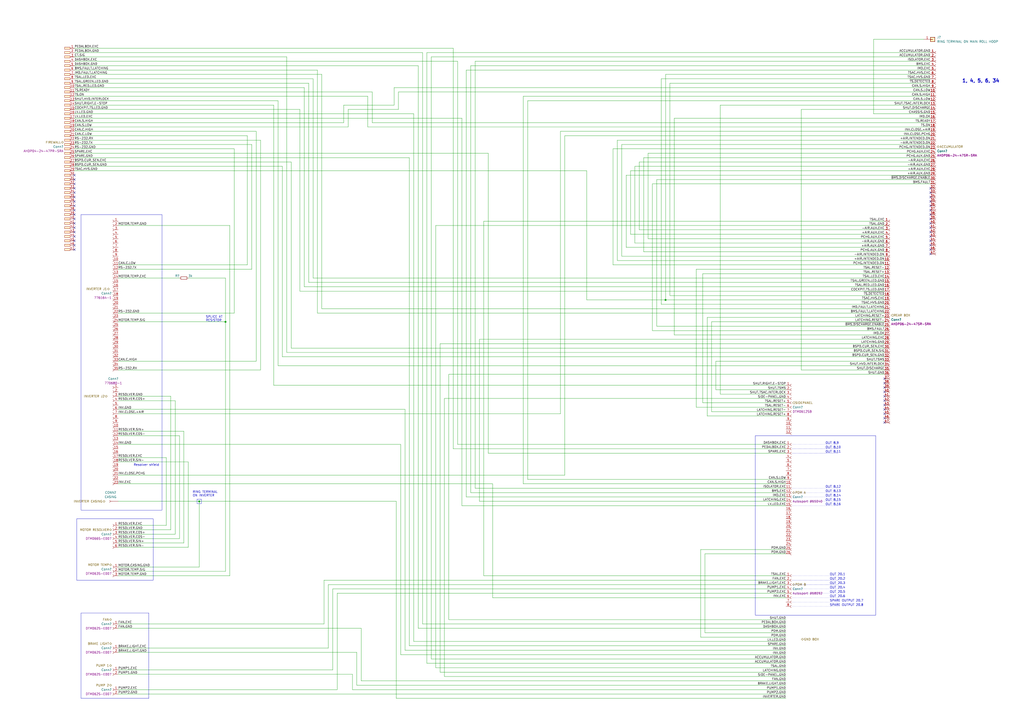
<source format=kicad_sch>
(kicad_sch (version 20231120) (generator "eeschema") (generator_version "8.0")
  (paper "A2")
  (title_block (title "LOOM - REAR"))
  (lib_symbols
    (symbol "Connector:Conn_01x01_Socket" (pin_numbers hide) (pin_names (offset 1.016) hide)
      (property "Reference" "J" (at 0 2.54 0))
      (property "Value" "Conn_01x01_Socket" (at 0 -2.54 0))
      (symbol "Conn_01x01_Socket_1_1"
        (pin passive line (at -5.08 0 0) (length 3.81) (name "Pin_1") (number "1"))
      )
    )
    (symbol "Connector_Generic:Conn_01x01" (pin_names (offset 1.016) hide)
      (property "Reference" "J" (at 0 2.54 0))
      (property "Value" "Conn_01x01" (at 0 -2.54 0))
      (symbol "Conn_01x01_1_1"
        (pin passive line (at -5.08 0 0) (length 3.81) (name "Pin_1") (number "1"))
      )
    )
    (symbol "Connectors_SUFST:AMPHENOL-47P-Pannel"
      (property "Reference" "Conn" (at 0 -1.905 0))
      (property "P/N" "AHDP04-24-47PR-SRA" (at 0 0 0))
      (symbol "AMPHENOL-47P-Pannel_1_1"
        (pin input line (at 1.905 -4.445 180) (length 2.54) (name "") (number "1"))
        (pin input line (at 1.905 -27.305 180) (length 2.54) (name "") (number "10"))
        (pin input line (at 1.905 -29.845 180) (length 2.54) (name "") (number "11"))
        (pin input line (at 1.905 -32.385 180) (length 2.54) (name "") (number "12"))
        (pin input line (at 1.905 -34.925 180) (length 2.54) (name "") (number "13"))
        (pin input line (at 1.905 -37.465 180) (length 2.54) (name "") (number "14"))
        (pin input line (at 1.905 -40.005 180) (length 2.54) (name "") (number "15"))
        (pin input line (at 1.905 -42.545 180) (length 2.54) (name "") (number "16"))
        (pin input line (at 1.905 -45.085 180) (length 2.54) (name "") (number "17"))
        (pin input line (at 1.905 -47.625 180) (length 2.54) (name "") (number "18"))
        (pin input line (at 1.905 -50.165 180) (length 2.54) (name "") (number "19"))
        (pin input line (at 1.905 -6.985 180) (length 2.54) (name "") (number "2"))
        (pin input line (at 1.905 -52.705 180) (length 2.54) (name "") (number "20"))
        (pin input line (at 1.905 -55.245 180) (length 2.54) (name "") (number "21"))
        (pin input line (at 1.905 -57.785 180) (length 2.54) (name "") (number "22"))
        (pin input line (at 1.905 -60.325 180) (length 2.54) (name "") (number "23"))
        (pin input line (at 1.905 -62.865 180) (length 2.54) (name "") (number "24"))
        (pin input line (at 1.905 -65.405 180) (length 2.54) (name "") (number "25"))
        (pin input line (at 1.905 -67.945 180) (length 2.54) (name "") (number "26"))
        (pin input line (at 1.905 -70.485 180) (length 2.54) (name "") (number "27"))
        (pin input line (at 1.905 -73.025 180) (length 2.54) (name "") (number "28"))
        (pin input line (at 1.905 -75.565 180) (length 2.54) (name "") (number "29"))
        (pin input line (at 1.905 -9.525 180) (length 2.54) (name "") (number "3"))
        (pin input line (at 1.905 -78.105 180) (length 2.54) (name "") (number "30"))
        (pin input line (at 1.905 -80.645 180) (length 2.54) (name "") (number "31"))
        (pin input line (at 1.905 -83.185 180) (length 2.54) (name "") (number "32"))
        (pin input line (at 1.905 -85.725 180) (length 2.54) (name "") (number "33"))
        (pin input line (at 1.905 -88.265 180) (length 2.54) (name "") (number "34"))
        (pin input line (at 1.905 -90.805 180) (length 2.54) (name "") (number "35"))
        (pin input line (at 1.905 -93.345 180) (length 2.54) (name "") (number "36"))
        (pin input line (at 1.905 -95.885 180) (length 2.54) (name "") (number "37"))
        (pin input line (at 1.905 -98.425 180) (length 2.54) (name "") (number "38"))
        (pin input line (at 1.905 -100.965 180) (length 2.54) (name "") (number "39"))
        (pin input line (at 1.905 -12.065 180) (length 2.54) (name "") (number "4"))
        (pin input line (at 1.905 -103.505 180) (length 2.54) (name "") (number "40"))
        (pin input line (at 1.905 -106.045 180) (length 2.54) (name "") (number "41"))
        (pin input line (at 1.905 -108.585 180) (length 2.54) (name "") (number "42"))
        (pin input line (at 1.905 -111.125 180) (length 2.54) (name "") (number "43"))
        (pin input line (at 1.905 -113.665 180) (length 2.54) (name "") (number "44"))
        (pin input line (at 1.905 -116.205 180) (length 2.54) (name "") (number "45"))
        (pin input line (at 1.905 -118.745 180) (length 2.54) (name "") (number "46"))
        (pin input line (at 1.905 -121.285 180) (length 2.54) (name "") (number "47"))
        (pin input line (at 1.905 -14.605 180) (length 2.54) (name "") (number "5"))
        (pin input line (at 1.905 -17.145 180) (length 2.54) (name "") (number "6"))
        (pin input line (at 1.905 -19.685 180) (length 2.54) (name "") (number "7"))
        (pin input line (at 1.905 -22.225 180) (length 2.54) (name "") (number "8"))
        (pin input line (at 1.905 -24.765 180) (length 2.54) (name "") (number "9"))
      )
    )
    (symbol "Connectors_SUFST:AMPHENOL-47P-Recepticle"
      (property "Reference" "Conn" (at 0 0.635 0))
      (property "P/N" "AHDP06-24-47SR-SRA" (at 0 0 0))
      (symbol "AMPHENOL-47P-Recepticle_1_1"
        (pin input line (at 0.635 -1.905 180) (length 2.54) (name "") (number "1"))
        (pin input line (at 0.635 -24.765 180) (length 2.54) (name "") (number "10"))
        (pin input line (at 0.635 -27.305 180) (length 2.54) (name "") (number "11"))
        (pin input line (at 0.635 -29.845 180) (length 2.54) (name "") (number "12"))
        (pin input line (at 0.635 -32.385 180) (length 2.54) (name "") (number "13"))
        (pin input line (at 0.635 -34.925 180) (length 2.54) (name "") (number "14"))
        (pin input line (at 0.635 -37.465 180) (length 2.54) (name "") (number "15"))
        (pin input line (at 0.635 -40.005 180) (length 2.54) (name "") (number "16"))
        (pin input line (at 0.635 -42.545 180) (length 2.54) (name "") (number "17"))
        (pin input line (at 0.635 -45.085 180) (length 2.54) (name "") (number "18"))
        (pin input line (at 0.635 -47.625 180) (length 2.54) (name "") (number "19"))
        (pin input line (at 0.635 -4.445 180) (length 2.54) (name "") (number "2"))
        (pin input line (at 0.635 -50.165 180) (length 2.54) (name "") (number "20"))
        (pin input line (at 0.635 -52.705 180) (length 2.54) (name "") (number "21"))
        (pin input line (at 0.635 -55.245 180) (length 2.54) (name "") (number "22"))
        (pin input line (at 0.635 -57.785 180) (length 2.54) (name "") (number "23"))
        (pin input line (at 0.635 -60.325 180) (length 2.54) (name "") (number "24"))
        (pin input line (at 0.635 -62.865 180) (length 2.54) (name "") (number "25"))
        (pin input line (at 0.635 -65.405 180) (length 2.54) (name "") (number "26"))
        (pin input line (at 0.635 -67.945 180) (length 2.54) (name "") (number "27"))
        (pin input line (at 0.635 -70.485 180) (length 2.54) (name "") (number "28"))
        (pin input line (at 0.635 -73.025 180) (length 2.54) (name "") (number "29"))
        (pin input line (at 0.635 -6.985 180) (length 2.54) (name "") (number "3"))
        (pin input line (at 0.635 -75.565 180) (length 2.54) (name "") (number "30"))
        (pin input line (at 0.635 -78.105 180) (length 2.54) (name "") (number "31"))
        (pin input line (at 0.635 -80.645 180) (length 2.54) (name "") (number "32"))
        (pin input line (at 0.635 -83.185 180) (length 2.54) (name "") (number "33"))
        (pin input line (at 0.635 -85.725 180) (length 2.54) (name "") (number "34"))
        (pin input line (at 0.635 -88.265 180) (length 2.54) (name "") (number "35"))
        (pin input line (at 0.635 -90.805 180) (length 2.54) (name "") (number "36"))
        (pin input line (at 0.635 -93.345 180) (length 2.54) (name "") (number "37"))
        (pin input line (at 0.635 -95.885 180) (length 2.54) (name "") (number "38"))
        (pin input line (at 0.635 -98.425 180) (length 2.54) (name "") (number "39"))
        (pin input line (at 0.635 -9.525 180) (length 2.54) (name "") (number "4"))
        (pin input line (at 0.635 -100.965 180) (length 2.54) (name "") (number "40"))
        (pin input line (at 0.635 -103.505 180) (length 2.54) (name "") (number "41"))
        (pin input line (at 0.635 -106.045 180) (length 2.54) (name "") (number "42"))
        (pin input line (at 0.635 -108.585 180) (length 2.54) (name "") (number "43"))
        (pin input line (at 0.635 -111.125 180) (length 2.54) (name "") (number "44"))
        (pin input line (at 0.635 -113.665 180) (length 2.54) (name "") (number "45"))
        (pin input line (at 0.635 -116.205 180) (length 2.54) (name "") (number "46"))
        (pin input line (at 0.635 -118.745 180) (length 2.54) (name "") (number "47"))
        (pin input line (at 0.635 -12.065 180) (length 2.54) (name "") (number "5"))
        (pin input line (at 0.635 -14.605 180) (length 2.54) (name "") (number "6"))
        (pin input line (at 0.635 -17.145 180) (length 2.54) (name "") (number "7"))
        (pin input line (at 0.635 -19.685 180) (length 2.54) (name "") (number "8"))
        (pin input line (at 0.635 -22.225 180) (length 2.54) (name "") (number "9"))
      )
    )
    (symbol "Connectors_SUFST:Conn A PDM Connector"
      (property "Reference" "Conn" (at 0 0.635 0))
      (property "P/N" "Autosport #65040" (at -0.635 4.445 0))
      (symbol "Conn A PDM Connector_1_1"
        (pin input line (at 0.635 -1.905 180) (length 2.54) (name "") (number "1"))
        (pin input line (at 0.635 -24.765 180) (length 2.54) (name "") (number "10"))
        (pin input line (at 0.635 -27.305 180) (length 2.54) (name "") (number "11"))
        (pin input line (at 0.635 -29.845 180) (length 2.54) (name "") (number "12"))
        (pin input line (at 0.635 -32.385 180) (length 2.54) (name "") (number "13"))
        (pin input line (at 0.635 -34.925 180) (length 2.54) (name "") (number "14"))
        (pin input line (at 0.635 -37.465 180) (length 2.54) (name "") (number "15"))
        (pin input line (at 0.635 -40.005 180) (length 2.54) (name "") (number "16"))
        (pin input line (at 0.635 -42.545 180) (length 2.54) (name "") (number "17"))
        (pin input line (at 0.635 -45.085 180) (length 2.54) (name "") (number "18"))
        (pin input line (at 0.635 -47.625 180) (length 2.54) (name "") (number "19"))
        (pin input line (at 0.635 -4.445 180) (length 2.54) (name "") (number "2"))
        (pin input line (at 0.635 -50.165 180) (length 2.54) (name "") (number "20"))
        (pin input line (at 0.635 -52.705 180) (length 2.54) (name "") (number "21"))
        (pin input line (at 0.635 -55.245 180) (length 2.54) (name "") (number "22"))
        (pin input line (at 0.635 -57.785 180) (length 2.54) (name "") (number "23"))
        (pin input line (at 0.635 -60.325 180) (length 2.54) (name "") (number "24"))
        (pin input line (at 0.635 -62.865 180) (length 2.54) (name "") (number "25"))
        (pin input line (at 0.635 -65.405 180) (length 2.54) (name "") (number "26"))
        (pin input line (at 0.635 -6.985 180) (length 2.54) (name "") (number "3"))
        (pin input line (at 0.635 -9.525 180) (length 2.54) (name "") (number "4"))
        (pin input line (at 0.635 -12.065 180) (length 2.54) (name "") (number "5"))
        (pin input line (at 0.635 -14.605 180) (length 2.54) (name "") (number "6"))
        (pin input line (at 0.635 -17.145 180) (length 2.54) (name "") (number "7"))
        (pin input line (at 0.635 -19.685 180) (length 2.54) (name "") (number "8"))
        (pin input line (at 0.635 -22.225 180) (length 2.54) (name "") (number "9"))
      )
    )
    (symbol "Connectors_SUFST:Conn C PDM Connector"
      (property "Reference" "Conn" (at 0 0.635 0))
      (property "P/N" "Autosport #68092" (at -0.635 4.445 0))
      (symbol "Conn C PDM Connector_1_1"
        (pin input line (at 0.635 -1.905 180) (length 2.54) (name "") (number "1"))
        (pin input line (at 0.635 -4.445 180) (length 2.54) (name "") (number "2"))
        (pin input line (at 0.635 -6.985 180) (length 2.54) (name "") (number "3"))
        (pin input line (at 0.635 -9.525 180) (length 2.54) (name "") (number "4"))
        (pin input line (at 0.635 -12.065 180) (length 2.54) (name "") (number "5"))
        (pin input line (at 0.635 -14.605 180) (length 2.54) (name "") (number "6"))
        (pin input line (at 0.635 -17.145 180) (length 2.54) (name "") (number "7"))
        (pin input line (at 0.635 -19.685 180) (length 2.54) (name "") (number "8"))
      )
    )
    (symbol "Connectors_SUFST:Deutsch_DTM_12S_Pin"
      (property "Reference" "Conn" (at 0 0.635 0))
      (property "P/N" "DTM0612SB" (at 0 0 0))
      (symbol "Deutsch_DTM_12S_Pin_1_1"
        (pin input line (at 0.635 -29.845 180) (length 2.54) (name "") (number "1"))
        (pin input line (at 0.635 -6.985 180) (length 2.54) (name "") (number "10"))
        (pin input line (at 0.635 -4.445 180) (length 2.54) (name "") (number "11"))
        (pin input line (at 0.635 -1.905 180) (length 2.54) (name "") (number "12"))
        (pin input line (at 0.635 -27.305 180) (length 2.54) (name "") (number "2"))
        (pin input line (at 0.635 -24.765 180) (length 2.54) (name "") (number "3"))
        (pin input line (at 0.635 -22.225 180) (length 2.54) (name "") (number "4"))
        (pin input line (at 0.635 -19.685 180) (length 2.54) (name "") (number "5"))
        (pin input line (at 0.635 -17.145 180) (length 2.54) (name "") (number "6"))
        (pin input line (at 0.635 -14.605 180) (length 2.54) (name "") (number "7"))
        (pin input line (at 0.635 -12.065 180) (length 2.54) (name "") (number "8"))
        (pin input line (at 0.635 -9.525 180) (length 2.54) (name "") (number "9"))
      )
    )
    (symbol "Connectors_SUFST:Deutsch_DTM_2S_Pin"
      (property "Reference" "Conn" (at 0 0.635 0))
      (property "P/N" "DTM062S-E007" (at 0 0 0))
      (symbol "Deutsch_DTM_2S_Pin_1_1"
        (pin input line (at 0.635 -4.445 180) (length 2.54) (name "") (number "1"))
        (pin input line (at 0.635 -1.905 180) (length 2.54) (name "") (number "2"))
      )
    )
    (symbol "Connectors_SUFST:Deutsch_DTM_3S_Pin"
      (property "Reference" "Conn" (at 0 0.635 0))
      (property "P/N" "DTM063S-E007" (at 0 0 0))
      (symbol "Deutsch_DTM_3S_Pin_1_1"
        (pin input line (at 0.635 -6.985 180) (length 2.54) (name "") (number "1"))
        (pin input line (at 0.635 -4.445 180) (length 2.54) (name "") (number "2"))
        (pin input line (at 0.635 -1.905 180) (length 2.54) (name "") (number "3"))
      )
    )
    (symbol "Connectors_SUFST:Deutsch_DTM_6S_Pin"
      (property "Reference" "Conn" (at 0 0.635 0))
      (property "P/N" "DTM066S-E007" (at 0 0 0))
      (symbol "Deutsch_DTM_6S_Pin_1_1"
        (pin input line (at 0.635 -14.605 180) (length 2.54) (name "") (number "1"))
        (pin input line (at 0.635 -12.065 180) (length 2.54) (name "") (number "2"))
        (pin input line (at 0.635 -9.525 180) (length 2.54) (name "") (number "3"))
        (pin input line (at 0.635 -6.985 180) (length 2.54) (name "") (number "4"))
        (pin input line (at 0.635 -4.445 180) (length 2.54) (name "") (number "5"))
        (pin input line (at 0.635 -1.905 180) (length 2.54) (name "") (number "6"))
      )
    )
    (symbol "Connectors_SUFST:J1 Inverter Connector"
      (property "Reference" "Conn" (at 0 0.635 0))
      (property "P/N" "776164-1" (at -0.635 4.445 0))
      (symbol "J1 Inverter Connector_1_1"
        (pin input line (at 0.635 -1.905 180) (length 2.54) (name "") (number "1"))
        (pin input line (at 0.635 -24.765 180) (length 2.54) (name "") (number "10"))
        (pin input line (at 0.635 -27.305 180) (length 2.54) (name "") (number "11"))
        (pin input line (at 0.635 -29.845 180) (length 2.54) (name "") (number "12"))
        (pin input line (at 0.635 -32.385 180) (length 2.54) (name "") (number "13"))
        (pin input line (at 0.635 -34.925 180) (length 2.54) (name "") (number "14"))
        (pin input line (at 0.635 -37.465 180) (length 2.54) (name "") (number "15"))
        (pin input line (at 0.635 -40.005 180) (length 2.54) (name "") (number "16"))
        (pin input line (at 0.635 -42.545 180) (length 2.54) (name "") (number "17"))
        (pin input line (at 0.635 -45.085 180) (length 2.54) (name "") (number "18"))
        (pin input line (at 0.635 -47.625 180) (length 2.54) (name "") (number "19"))
        (pin input line (at 0.635 -4.445 180) (length 2.54) (name "") (number "2"))
        (pin input line (at 0.635 -50.165 180) (length 2.54) (name "") (number "20"))
        (pin input line (at 0.635 -52.705 180) (length 2.54) (name "") (number "21"))
        (pin input line (at 0.635 -55.245 180) (length 2.54) (name "") (number "22"))
        (pin input line (at 0.635 -57.785 180) (length 2.54) (name "") (number "23"))
        (pin input line (at 0.635 -60.325 180) (length 2.54) (name "") (number "24"))
        (pin input line (at 0.635 -62.865 180) (length 2.54) (name "") (number "25"))
        (pin input line (at 0.635 -65.405 180) (length 2.54) (name "") (number "26"))
        (pin input line (at 0.635 -67.945 180) (length 2.54) (name "") (number "27"))
        (pin input line (at 0.635 -70.485 180) (length 2.54) (name "") (number "28"))
        (pin input line (at 0.635 -73.025 180) (length 2.54) (name "") (number "29"))
        (pin input line (at 0.635 -6.985 180) (length 2.54) (name "") (number "3"))
        (pin input line (at 0.635 -75.565 180) (length 2.54) (name "") (number "30"))
        (pin input line (at 0.635 -78.105 180) (length 2.54) (name "") (number "31"))
        (pin input line (at 0.635 -80.645 180) (length 2.54) (name "") (number "32"))
        (pin input line (at 0.635 -83.185 180) (length 2.54) (name "") (number "33"))
        (pin input line (at 0.635 -85.725 180) (length 2.54) (name "") (number "34"))
        (pin input line (at 0.635 -88.265 180) (length 2.54) (name "") (number "35"))
        (pin input line (at 0.635 -9.525 180) (length 2.54) (name "") (number "4"))
        (pin input line (at 0.635 -12.065 180) (length 2.54) (name "") (number "5"))
        (pin input line (at 0.635 -14.605 180) (length 2.54) (name "") (number "6"))
        (pin input line (at 0.635 -17.145 180) (length 2.54) (name "") (number "7"))
        (pin input line (at 0.635 -19.685 180) (length 2.54) (name "") (number "8"))
        (pin input line (at 0.635 -22.225 180) (length 2.54) (name "") (number "9"))
      )
    )
    (symbol "Connectors_SUFST:J2 Inverter Connector"
      (property "Reference" "Conn" (at 0 0.635 0))
      (property "P/N" "770680-1" (at 0 4.445 0))
      (symbol "J2 Inverter Connector_1_1"
        (pin input line (at 0.635 -1.905 180) (length 2.54) (name "") (number "1"))
        (pin input line (at 0.635 -24.765 180) (length 2.54) (name "") (number "10"))
        (pin input line (at 0.635 -27.305 180) (length 2.54) (name "") (number "11"))
        (pin input line (at 0.635 -29.845 180) (length 2.54) (name "") (number "12"))
        (pin input line (at 0.635 -32.385 180) (length 2.54) (name "") (number "13"))
        (pin input line (at 0.635 -34.925 180) (length 2.54) (name "") (number "14"))
        (pin input line (at 0.635 -37.465 180) (length 2.54) (name "") (number "15"))
        (pin input line (at 0.635 -40.005 180) (length 2.54) (name "") (number "16"))
        (pin input line (at 0.635 -42.545 180) (length 2.54) (name "") (number "17"))
        (pin input line (at 0.635 -45.085 180) (length 2.54) (name "") (number "18"))
        (pin input line (at 0.635 -47.625 180) (length 2.54) (name "") (number "19"))
        (pin input line (at 0.635 -4.445 180) (length 2.54) (name "") (number "2"))
        (pin input line (at 0.635 -50.165 180) (length 2.54) (name "") (number "20"))
        (pin input line (at 0.635 -52.705 180) (length 2.54) (name "") (number "21"))
        (pin input line (at 0.635 -55.245 180) (length 2.54) (name "") (number "22"))
        (pin input line (at 0.635 -57.785 180) (length 2.54) (name "") (number "23"))
        (pin input line (at 0.635 -6.985 180) (length 2.54) (name "") (number "3"))
        (pin input line (at 0.635 -9.525 180) (length 2.54) (name "") (number "4"))
        (pin input line (at 0.635 -12.065 180) (length 2.54) (name "") (number "5"))
        (pin input line (at 0.635 -14.605 180) (length 2.54) (name "") (number "6"))
        (pin input line (at 0.635 -17.145 180) (length 2.54) (name "") (number "7"))
        (pin input line (at 0.635 -19.685 180) (length 2.54) (name "") (number "8"))
        (pin input line (at 0.635 -22.225 180) (length 2.54) (name "") (number "9"))
      )
    )
    (symbol "Device:R_Small" (pin_numbers hide) (pin_names (offset 0.254) hide)
      (property "Reference" "R" (at 0.762 0.508 0))
      (property "Value" "R_Small" (at 0.762 -1.016 0))
      (symbol "R_Small_1_1"
        (pin passive line (at 0 2.54 270) (length 0.762) (name "~") (number "1"))
        (pin passive line (at 0 -2.54 90) (length 0.762) (name "~") (number "2"))
      )
    )
  )
  (junction (at 115.57 290.83))
  (junction (at 130.81 186.69))
  (junction (at 386.08 173.99))
  (no_connect (at 43.18 127))
  (no_connect (at 43.18 132.08))
  (no_connect (at 513.08 237.49))
  (no_connect (at 539.75 109.22))
  (no_connect (at 43.18 134.62))
  (no_connect (at 513.08 232.41))
  (no_connect (at 43.18 101.6))
  (no_connect (at 43.18 106.68))
  (no_connect (at 43.18 109.22))
  (no_connect (at 43.18 124.46))
  (no_connect (at 539.75 121.92))
  (no_connect (at 539.75 129.54))
  (no_connect (at 513.08 242.57))
  (no_connect (at 539.75 116.84))
  (no_connect (at 43.18 139.7))
  (no_connect (at 513.08 224.79))
  (no_connect (at 513.08 222.25))
  (no_connect (at 43.18 121.92))
  (no_connect (at 43.18 116.84))
  (no_connect (at 43.18 137.16))
  (no_connect (at 43.18 119.38))
  (no_connect (at 513.08 245.11))
  (no_connect (at 539.75 124.46))
  (no_connect (at 539.75 119.38))
  (no_connect (at 43.18 144.78))
  (no_connect (at 43.18 129.54))
  (no_connect (at 539.75 137.16))
  (no_connect (at 513.08 240.03))
  (no_connect (at 43.18 142.24))
  (no_connect (at 43.18 114.3))
  (no_connect (at 43.18 104.14))
  (no_connect (at 539.75 127))
  (no_connect (at 539.75 132.08))
  (no_connect (at 43.18 111.76))
  (no_connect (at 539.75 147.32))
  (no_connect (at 539.75 134.62))
  (no_connect (at 513.08 229.87))
  (no_connect (at 539.75 142.24))
  (no_connect (at 539.75 111.76))
  (no_connect (at 539.75 139.7))
  (no_connect (at 513.08 234.95))
  (no_connect (at 539.75 114.3))
  (no_connect (at 539.75 144.78))
  (no_connect (at 513.08 219.71))
  (no_connect (at 513.08 227.33))
  (wire (pts (xy 539.75 66.04) (xy 506.73 66.04)))
  (wire (pts (xy 68.58 388.62) (xy 193.04 388.62)))
  (wire (pts (xy 43.18 66.04) (xy 240.03 66.04)))
  (polyline (pts (xy 459.74 260.35) (xy 486.41 260.35)) (stroke (width 0) (type dot)))
  (wire (pts (xy 96.52 304.8) (xy 68.58 304.8)))
  (wire (pts (xy 325.12 240.03) (xy 325.12 76.2)))
  (wire (pts (xy 267.97 293.37) (xy 267.97 68.58)))
  (wire (pts (xy 215.9 53.34) (xy 215.9 71.12)))
  (wire (pts (xy 190.5 339.09) (xy 190.5 375.92)))
  (wire (pts (xy 381 104.14) (xy 381 189.23)))
  (polyline (pts (xy 459.74 336.55) (xy 486.41 336.55)) (stroke (width 0) (type dot)))
  (wire (pts (xy 207.01 378.46) (xy 68.58 378.46)))
  (wire (pts (xy 68.58 153.67) (xy 143.51 153.67)))
  (wire (pts (xy 173.99 63.5) (xy 173.99 168.91)))
  (wire (pts (xy 273.05 285.75) (xy 273.05 38.1)))
  (wire (pts (xy 240.03 372.11) (xy 455.93 372.11)))
  (wire (pts (xy 365.76 99.06) (xy 365.76 135.89)))
  (wire (pts (xy 455.93 223.52) (xy 158.75 223.52)))
  (wire (pts (xy 455.93 241.3) (xy 410.21 241.3)))
  (wire (pts (xy 358.14 151.13) (xy 358.14 81.28)))
  (wire (pts (xy 68.58 186.69) (xy 130.81 186.69)))
  (wire (pts (xy 415.29 226.06) (xy 455.93 226.06)))
  (wire (pts (xy 130.81 161.29) (xy 130.81 186.69)))
  (wire (pts (xy 285.75 346.71) (xy 285.75 280.67)))
  (wire (pts (xy 363.22 101.6) (xy 539.75 101.6)))
  (wire (pts (xy 68.58 317.5) (xy 109.22 317.5)))
  (wire (pts (xy 68.58 232.41) (xy 101.6 232.41)))
  (wire (pts (xy 455.93 392.43) (xy 257.81 392.43)))
  (wire (pts (xy 455.93 364.49) (xy 242.57 364.49)))
  (wire (pts (xy 513.08 217.17) (xy 260.35 217.17)))
  (wire (pts (xy 68.58 156.21) (xy 146.05 156.21)))
  (wire (pts (xy 135.89 86.36) (xy 135.89 181.61)))
  (wire (pts (xy 513.08 146.05) (xy 373.38 146.05)))
  (polyline (pts (xy 459.74 346.71) (xy 486.41 346.71)) (stroke (width 0) (type dot)))
  (wire (pts (xy 237.49 91.44) (xy 237.49 374.65)))
  (wire (pts (xy 391.16 68.58) (xy 539.75 68.58)))
  (wire (pts (xy 455.93 389.89) (xy 255.27 389.89)))
  (wire (pts (xy 68.58 280.67) (xy 285.75 280.67)))
  (wire (pts (xy 262.89 260.35) (xy 455.93 260.35)))
  (wire (pts (xy 265.43 257.81) (xy 265.43 35.56)))
  (wire (pts (xy 68.58 267.97) (xy 109.22 267.97)))
  (wire (pts (xy 278.13 290.83) (xy 278.13 196.85)))
  (wire (pts (xy 513.08 133.35) (xy 370.84 133.35)))
  (wire (pts (xy 43.18 71.12) (xy 199.39 71.12)))
  (wire (pts (xy 184.15 40.64) (xy 184.15 181.61)))
  (wire (pts (xy 101.6 309.88) (xy 101.6 232.41)))
  (wire (pts (xy 410.21 184.15) (xy 513.08 184.15)))
  (wire (pts (xy 163.83 96.52) (xy 163.83 207.01)))
  (polyline (pts (xy 459.74 344.17) (xy 486.41 344.17)) (stroke (width 0) (type dot)))
  (wire (pts (xy 306.07 58.42) (xy 539.75 58.42)))
  (wire (pts (xy 228.6 50.8) (xy 539.75 50.8)))
  (wire (pts (xy 391.16 194.31) (xy 391.16 68.58)))
  (wire (pts (xy 130.81 331.47) (xy 130.81 186.69)))
  (wire (pts (xy 158.75 223.52) (xy 158.75 60.96)))
  (wire (pts (xy 303.53 55.88) (xy 303.53 280.67)))
  (wire (pts (xy 388.62 48.26) (xy 539.75 48.26)))
  (wire (pts (xy 358.14 81.28) (xy 539.75 81.28)))
  (wire (pts (xy 68.58 290.83) (xy 115.57 290.83)))
  (polyline (pts (xy 459.74 293.37) (xy 486.41 293.37)) (stroke (width 0) (type dot)))
  (wire (pts (xy 186.69 179.07) (xy 186.69 43.18)))
  (wire (pts (xy 68.58 334.01) (xy 133.35 334.01)))
  (wire (pts (xy 267.97 68.58) (xy 43.18 68.58)))
  (wire (pts (xy 378.46 191.77) (xy 378.46 106.68)))
  (wire (pts (xy 415.29 209.55) (xy 415.29 226.06)))
  (wire (pts (xy 455.93 238.76) (xy 412.75 238.76)))
  (wire (pts (xy 383.54 176.53) (xy 383.54 45.72)))
  (wire (pts (xy 355.6 86.36) (xy 539.75 86.36)))
  (polyline (pts (xy 459.74 262.89) (xy 486.41 262.89)) (stroke (width 0) (type dot)))
  (wire (pts (xy 513.08 156.21) (xy 403.86 156.21)))
  (wire (pts (xy 43.18 50.8) (xy 176.53 50.8)))
  (wire (pts (xy 176.53 50.8) (xy 176.53 166.37)))
  (wire (pts (xy 255.27 199.39) (xy 513.08 199.39)))
  (wire (pts (xy 187.96 361.95) (xy 68.58 361.95)))
  (wire (pts (xy 232.41 379.73) (xy 232.41 257.81)))
  (wire (pts (xy 96.52 265.43) (xy 96.52 304.8)))
  (wire (pts (xy 163.83 207.01) (xy 513.08 207.01)))
  (polyline (pts (xy 459.74 334.01) (xy 486.41 334.01)) (stroke (width 0) (type dot)))
  (wire (pts (xy 213.36 55.88) (xy 213.36 73.66)))
  (wire (pts (xy 273.05 285.75) (xy 455.93 285.75)))
  (wire (pts (xy 68.58 257.81) (xy 232.41 257.81)))
  (wire (pts (xy 252.73 130.81) (xy 513.08 130.81)))
  (wire (pts (xy 250.19 33.02) (xy 539.75 33.02)))
  (wire (pts (xy 513.08 179.07) (xy 186.69 179.07)))
  (wire (pts (xy 68.58 314.96) (xy 106.68 314.96)))
  (wire (pts (xy 133.35 130.81) (xy 133.35 334.01)))
  (wire (pts (xy 455.93 387.35) (xy 252.73 387.35)))
  (wire (pts (xy 245.11 361.95) (xy 245.11 30.48)))
  (wire (pts (xy 184.15 181.61) (xy 513.08 181.61)))
  (wire (pts (xy 234.95 237.49) (xy 234.95 377.19)))
  (wire (pts (xy 373.38 91.44) (xy 539.75 91.44)))
  (wire (pts (xy 43.18 76.2) (xy 148.59 76.2)))
  (wire (pts (xy 168.91 93.98) (xy 168.91 201.93)))
  (wire (pts (xy 265.43 35.56) (xy 43.18 35.56)))
  (wire (pts (xy 513.08 143.51) (xy 363.22 143.51)))
  (wire (pts (xy 68.58 252.73) (xy 104.14 252.73)))
  (wire (pts (xy 68.58 309.88) (xy 101.6 309.88)))
  (wire (pts (xy 99.06 307.34) (xy 99.06 229.87)))
  (wire (pts (xy 247.65 30.48) (xy 539.75 30.48)))
  (wire (pts (xy 306.07 278.13) (xy 306.07 58.42)))
  (wire (pts (xy 375.92 88.9) (xy 539.75 88.9)))
  (wire (pts (xy 43.18 88.9) (xy 283.21 88.9)))
  (wire (pts (xy 161.29 58.42) (xy 161.29 212.09)))
  (wire (pts (xy 135.89 181.61) (xy 68.58 181.61)))
  (wire (pts (xy 151.13 81.28) (xy 151.13 214.63)))
  (wire (pts (xy 252.73 387.35) (xy 252.73 130.81)))
  (wire (pts (xy 148.59 76.2) (xy 148.59 209.55)))
  (wire (pts (xy 407.67 233.68) (xy 407.67 158.75)))
  (wire (pts (xy 187.96 336.55) (xy 455.93 336.55)))
  (wire (pts (xy 262.89 260.35) (xy 262.89 27.94)))
  (wire (pts (xy 146.05 156.21) (xy 146.05 83.82)))
  (polyline (pts (xy 459.74 257.81) (xy 486.41 257.81)) (stroke (width 0) (type dot)))
  (wire (pts (xy 513.08 173.99) (xy 386.08 173.99)))
  (wire (pts (xy 201.93 73.66) (xy 201.93 63.5)))
  (wire (pts (xy 43.18 40.64) (xy 184.15 40.64)))
  (wire (pts (xy 273.05 38.1) (xy 539.75 38.1)))
  (wire (pts (xy 255.27 389.89) (xy 255.27 199.39)))
  (wire (pts (xy 199.39 60.96) (xy 228.6 60.96)))
  (wire (pts (xy 513.08 153.67) (xy 355.6 153.67)))
  (wire (pts (xy 237.49 374.65) (xy 455.93 374.65)))
  (wire (pts (xy 166.37 33.02) (xy 166.37 204.47)))
  (wire (pts (xy 187.96 336.55) (xy 187.96 361.95)))
  (wire (pts (xy 455.93 361.95) (xy 245.11 361.95)))
  (wire (pts (xy 195.58 400.05) (xy 68.58 400.05)))
  (wire (pts (xy 412.75 186.69) (xy 513.08 186.69)))
  (wire (pts (xy 513.08 171.45) (xy 388.62 171.45)))
  (wire (pts (xy 109.22 317.5) (xy 109.22 267.97)))
  (wire (pts (xy 43.18 55.88) (xy 213.36 55.88)))
  (wire (pts (xy 242.57 364.49) (xy 242.57 38.1)))
  (wire (pts (xy 199.39 60.96) (xy 199.39 71.12)))
  (wire (pts (xy 204.47 391.16) (xy 68.58 391.16)))
  (wire (pts (xy 325.12 76.2) (xy 539.75 76.2)))
  (wire (pts (xy 231.14 63.5) (xy 231.14 53.34)))
  (wire (pts (xy 257.81 231.14) (xy 455.93 231.14)))
  (wire (pts (xy 388.62 171.45) (xy 388.62 48.26)))
  (polyline (pts (xy 459.74 290.83) (xy 486.41 290.83)) (stroke (width 0) (type dot)))
  (wire (pts (xy 539.75 63.5) (xy 464.82 63.5)))
  (polyline (pts (xy 459.74 262.89) (xy 486.41 262.89)) (stroke (width 0) (type dot)))
  (wire (pts (xy 193.04 388.62) (xy 193.04 341.63)))
  (wire (pts (xy 109.22 161.29) (xy 130.81 161.29)))
  (wire (pts (xy 275.59 35.56) (xy 539.75 35.56)))
  (wire (pts (xy 270.51 40.64) (xy 270.51 288.29)))
  (wire (pts (xy 386.08 173.99) (xy 386.08 43.18)))
  (wire (pts (xy 383.54 45.72) (xy 539.75 45.72)))
  (wire (pts (xy 245.11 30.48) (xy 43.18 30.48)))
  (wire (pts (xy 506.73 66.04) (xy 506.73 22.86)))
  (wire (pts (xy 455.93 369.57) (xy 406.4 369.57)))
  (wire (pts (xy 513.08 194.31) (xy 391.16 194.31)))
  (wire (pts (xy 278.13 290.83) (xy 455.93 290.83)))
  (wire (pts (xy 464.82 214.63) (xy 513.08 214.63)))
  (wire (pts (xy 455.93 367.03) (xy 408.94 367.03)))
  (wire (pts (xy 539.75 40.64) (xy 270.51 40.64)))
  (wire (pts (xy 513.08 161.29) (xy 181.61 161.29)))
  (polyline (pts (xy 459.74 336.55) (xy 486.41 336.55)) (stroke (width 0) (type dot)))
  (wire (pts (xy 43.18 81.28) (xy 151.13 81.28)))
  (wire (pts (xy 250.19 33.02) (xy 250.19 382.27)))
  (wire (pts (xy 455.93 293.37) (xy 267.97 293.37)))
  (wire (pts (xy 68.58 402.59) (xy 455.93 402.59)))
  (wire (pts (xy 242.57 38.1) (xy 43.18 38.1)))
  (wire (pts (xy 506.73 22.86) (xy 535.94 22.86)))
  (wire (pts (xy 176.53 166.37) (xy 513.08 166.37)))
  (wire (pts (xy 360.68 148.59) (xy 360.68 83.82)))
  (wire (pts (xy 455.93 382.27) (xy 250.19 382.27)))
  (wire (pts (xy 283.21 262.89) (xy 283.21 88.9)))
  (wire (pts (xy 195.58 344.17) (xy 195.58 400.05)))
  (wire (pts (xy 327.66 78.74) (xy 327.66 275.59)))
  (wire (pts (xy 455.93 400.05) (xy 204.47 400.05)))
  (wire (pts (xy 228.6 50.8) (xy 228.6 60.96)))
  (wire (pts (xy 207.01 397.51) (xy 207.01 378.46)))
  (wire (pts (xy 455.93 379.73) (xy 232.41 379.73)))
  (wire (pts (xy 68.58 130.81) (xy 133.35 130.81)))
  (wire (pts (xy 378.46 106.68) (xy 539.75 106.68)))
  (polyline (pts (xy 459.74 283.21) (xy 486.41 283.21)) (stroke (width 0) (type dot)))
  (wire (pts (xy 209.55 394.97) (xy 209.55 364.49)))
  (wire (pts (xy 513.08 191.77) (xy 378.46 191.77)))
  (wire (pts (xy 186.69 43.18) (xy 43.18 43.18)))
  (wire (pts (xy 455.93 344.17) (xy 195.58 344.17)))
  (wire (pts (xy 455.93 262.89) (xy 283.21 262.89)))
  (wire (pts (xy 146.05 83.82) (xy 43.18 83.82)))
  (wire (pts (xy 260.35 359.41) (xy 455.93 359.41)))
  (polyline (pts (xy 459.74 349.25) (xy 486.41 349.25)) (stroke (width 0) (type dot)))
  (wire (pts (xy 229.87 405.13) (xy 229.87 290.83)))
  (wire (pts (xy 68.58 240.03) (xy 325.12 240.03)))
  (wire (pts (xy 370.84 133.35) (xy 370.84 93.98)))
  (polyline (pts (xy 459.74 285.75) (xy 486.41 285.75)) (stroke (width 0) (type dot)))
  (wire (pts (xy 306.07 278.13) (xy 455.93 278.13)))
  (wire (pts (xy 513.08 201.93) (xy 168.91 201.93)))
  (wire (pts (xy 43.18 99.06) (xy 340.36 99.06)))
  (wire (pts (xy 68.58 275.59) (xy 327.66 275.59)))
  (wire (pts (xy 280.67 334.01) (xy 280.67 128.27)))
  (wire (pts (xy 43.18 78.74) (xy 143.51 78.74)))
  (wire (pts (xy 68.58 161.29) (xy 104.14 161.29)))
  (wire (pts (xy 265.43 257.81) (xy 455.93 257.81)))
  (wire (pts (xy 260.35 217.17) (xy 260.35 359.41)))
  (wire (pts (xy 340.36 99.06) (xy 340.36 173.99)))
  (wire (pts (xy 408.94 321.31) (xy 455.93 321.31)))
  (wire (pts (xy 43.18 58.42) (xy 161.29 58.42)))
  (wire (pts (xy 43.18 96.52) (xy 163.83 96.52)))
  (wire (pts (xy 513.08 151.13) (xy 358.14 151.13)))
  (wire (pts (xy 539.75 71.12) (xy 215.9 71.12)))
  (wire (pts (xy 201.93 73.66) (xy 43.18 73.66)))
  (wire (pts (xy 68.58 307.34) (xy 99.06 307.34)))
  (wire (pts (xy 455.93 384.81) (xy 247.65 384.81)))
  (wire (pts (xy 455.93 339.09) (xy 190.5 339.09)))
  (wire (pts (xy 403.86 236.22) (xy 455.93 236.22)))
  (wire (pts (xy 407.67 158.75) (xy 513.08 158.75)))
  (wire (pts (xy 213.36 73.66) (xy 539.75 73.66)))
  (wire (pts (xy 275.59 283.21) (xy 455.93 283.21)))
  (wire (pts (xy 179.07 163.83) (xy 179.07 48.26)))
  (wire (pts (xy 539.75 60.96) (xy 417.83 60.96)))
  (wire (pts (xy 373.38 146.05) (xy 373.38 91.44)))
  (wire (pts (xy 43.18 33.02) (xy 166.37 33.02)))
  (wire (pts (xy 115.57 328.93) (xy 68.58 328.93)))
  (wire (pts (xy 179.07 48.26) (xy 43.18 48.26)))
  (wire (pts (xy 181.61 161.29) (xy 181.61 45.72)))
  (wire (pts (xy 539.75 99.06) (xy 365.76 99.06)))
  (wire (pts (xy 513.08 204.47) (xy 166.37 204.47)))
  (wire (pts (xy 513.08 189.23) (xy 381 189.23)))
  (wire (pts (xy 43.18 63.5) (xy 173.99 63.5)))
  (wire (pts (xy 513.08 138.43) (xy 375.92 138.43)))
  (wire (pts (xy 106.68 314.96) (xy 106.68 250.19)))
  (wire (pts (xy 115.57 290.83) (xy 115.57 328.93)))
  (wire (pts (xy 247.65 30.48) (xy 247.65 384.81)))
  (wire (pts (xy 513.08 176.53) (xy 383.54 176.53)))
  (wire (pts (xy 43.18 53.34) (xy 215.9 53.34)))
  (wire (pts (xy 229.87 290.83) (xy 115.57 290.83)))
  (polyline (pts (xy 459.74 339.09) (xy 486.41 339.09)) (stroke (width 0) (type dot)))
  (wire (pts (xy 539.75 78.74) (xy 327.66 78.74)))
  (wire (pts (xy 204.47 400.05) (xy 204.47 391.16)))
  (wire (pts (xy 513.08 163.83) (xy 179.07 163.83)))
  (wire (pts (xy 43.18 86.36) (xy 135.89 86.36)))
  (wire (pts (xy 368.3 140.97) (xy 368.3 96.52)))
  (wire (pts (xy 340.36 173.99) (xy 386.08 173.99)))
  (wire (pts (xy 43.18 91.44) (xy 237.49 91.44)))
  (wire (pts (xy 375.92 138.43) (xy 375.92 88.9)))
  (wire (pts (xy 275.59 283.21) (xy 275.59 35.56)))
  (wire (pts (xy 68.58 364.49) (xy 209.55 364.49)))
  (wire (pts (xy 370.84 93.98) (xy 539.75 93.98)))
  (wire (pts (xy 161.29 212.09) (xy 513.08 212.09)))
  (wire (pts (xy 257.81 392.43) (xy 257.81 231.14)))
  (wire (pts (xy 280.67 128.27) (xy 513.08 128.27)))
  (wire (pts (xy 513.08 209.55) (xy 415.29 209.55)))
  (wire (pts (xy 455.93 397.51) (xy 207.01 397.51)))
  (polyline (pts (xy 459.74 260.35) (xy 486.41 260.35)) (stroke (width 0) (type dot)))
  (wire (pts (xy 464.82 63.5) (xy 464.82 214.63)))
  (polyline (pts (xy 459.74 288.29) (xy 486.41 288.29)) (stroke (width 0) (type dot)))
  (wire (pts (xy 455.93 405.13) (xy 229.87 405.13)))
  (wire (pts (xy 365.76 135.89) (xy 513.08 135.89)))
  (wire (pts (xy 68.58 209.55) (xy 148.59 209.55)))
  (wire (pts (xy 104.14 312.42) (xy 104.14 252.73)))
  (wire (pts (xy 368.3 96.52) (xy 539.75 96.52)))
  (wire (pts (xy 181.61 45.72) (xy 43.18 45.72)))
  (wire (pts (xy 412.75 238.76) (xy 412.75 186.69)))
  (wire (pts (xy 68.58 265.43) (xy 96.52 265.43)))
  (wire (pts (xy 403.86 156.21) (xy 403.86 236.22)))
  (wire (pts (xy 68.58 250.19) (xy 106.68 250.19)))
  (wire (pts (xy 262.89 27.94) (xy 43.18 27.94)))
  (wire (pts (xy 173.99 168.91) (xy 513.08 168.91)))
  (wire (pts (xy 280.67 334.01) (xy 455.93 334.01)))
  (wire (pts (xy 360.68 83.82) (xy 539.75 83.82)))
  (wire (pts (xy 68.58 312.42) (xy 104.14 312.42)))
  (wire (pts (xy 408.94 367.03) (xy 408.94 321.31)))
  (wire (pts (xy 386.08 43.18) (xy 539.75 43.18)))
  (wire (pts (xy 455.93 394.97) (xy 209.55 394.97)))
  (wire (pts (xy 417.83 228.6) (xy 455.93 228.6)))
  (polyline (pts (xy 459.74 351.79) (xy 486.41 351.79)) (stroke (width 0) (type dot)))
  (wire (pts (xy 513.08 140.97) (xy 368.3 140.97)))
  (wire (pts (xy 381 104.14) (xy 539.75 104.14)))
  (wire (pts (xy 406.4 369.57) (xy 406.4 318.77)))
  (wire (pts (xy 513.08 148.59) (xy 360.68 148.59)))
  (wire (pts (xy 406.4 318.77) (xy 455.93 318.77)))
  (wire (pts (xy 278.13 196.85) (xy 513.08 196.85)))
  (wire (pts (xy 43.18 93.98) (xy 168.91 93.98)))
  (wire (pts (xy 201.93 63.5) (xy 231.14 63.5)))
  (wire (pts (xy 68.58 214.63) (xy 151.13 214.63)))
  (wire (pts (xy 539.75 55.88) (xy 303.53 55.88)))
  (polyline (pts (xy 459.74 341.63) (xy 486.41 341.63)) (stroke (width 0) (type dot)))
  (wire (pts (xy 240.03 66.04) (xy 240.03 372.11)))
  (polyline (pts (xy 459.74 339.09) (xy 486.41 339.09)) (stroke (width 0) (type dot)))
  (wire (pts (xy 270.51 288.29) (xy 455.93 288.29)))
  (wire (pts (xy 455.93 233.68) (xy 407.67 233.68)))
  (wire (pts (xy 158.75 60.96) (xy 43.18 60.96)))
  (wire (pts (xy 455.93 377.19) (xy 234.95 377.19)))
  (wire (pts (xy 68.58 331.47) (xy 130.81 331.47)))
  (wire (pts (xy 363.22 143.51) (xy 363.22 101.6)))
  (wire (pts (xy 303.53 280.67) (xy 455.93 280.67)))
  (wire (pts (xy 68.58 229.87) (xy 99.06 229.87)))
  (wire (pts (xy 410.21 241.3) (xy 410.21 184.15)))
  (wire (pts (xy 68.58 237.49) (xy 234.95 237.49)))
  (wire (pts (xy 231.14 53.34) (xy 539.75 53.34)))
  (wire (pts (xy 355.6 153.67) (xy 355.6 86.36)))
  (wire (pts (xy 193.04 341.63) (xy 455.93 341.63)))
  (wire (pts (xy 285.75 346.71) (xy 455.93 346.71)))
  (wire (pts (xy 417.83 60.96) (xy 417.83 228.6)))
  (wire (pts (xy 190.5 375.92) (xy 68.58 375.92)))
  (wire (pts (xy 143.51 78.74) (xy 143.51 153.67)))
  (rectangle (start 46.99 355.6) (end 86.36 405.13))
  (rectangle (start 438.15 252.73) (end 508 356.87))
  (rectangle (start 114.3 289.56) (end 116.84 292.1))
  (rectangle (start 46.99 124.46) (end 93.98 295.91))
  (rectangle (start 44.45 300.99) (end 88.9 336.55))
  (text "OUT 8.12" (at 478.79 283.21 0) (effects (font (size 1.27 1.27)) (justify left bottom)))
  (text "Resolver shield" (at 77.47 270.51 0) (effects (font (size 1.27 1.27)) (justify left bottom)))
  (text "OUT 8.11" (at 478.79 262.89 0) (effects (font (size 1.27 1.27)) (justify left bottom)))
  (text "SPLICE AT\nRESISTOR" (at 119.38 186.69 0) (effects (font (size 1.27 1.27)) (justify left bottom)))
  (text "OUT 8.15" (at 478.79 290.83 0) (effects (font (size 1.27 1.27)) (justify left bottom)))
  (text "OUT 20.4" (at 481.33 341.63 0) (effects (font (size 1.27 1.27)) (justify left bottom)))
  (text "OUT 20.6" (at 481.33 346.71 0) (effects (font (size 1.27 1.27)) (justify left bottom)))
  (text "OUT 20.3" (at 481.33 339.09 0) (effects (font (size 1.27 1.27)) (justify left bottom)))
  (text "1, 4, 5, 6, 34" (at 568.96 46.99 0) (effects (font (size 2 2) (thickness 0.4) (bold yes))))
  (text "OUT 8.13" (at 478.79 285.75 0) (effects (font (size 1.27 1.27)) (justify left bottom)))
  (text "RING TERMINAL\nON INVERTER" (at 111.76 288.29 0) (effects (font (size 1.27 1.27)) (justify left bottom)))
  (text "OUT 20.2" (at 481.33 336.55 0) (effects (font (size 1.27 1.27)) (justify left bottom)))
  (text "SPARE OUTPUT 20.7" (at 481.33 349.25 0) (effects (font (size 1.27 1.27)) (justify left bottom)))
  (text "OUT 8.10" (at 478.79 260.35 0) (effects (font (size 1.27 1.27)) (justify left bottom)))
  (text "OUT 8.9" (at 478.79 257.81 0) (effects (font (size 1.27 1.27)) (justify left bottom)))
  (text "OUT 8.14" (at 478.79 288.29 0) (effects (font (size 1.27 1.27)) (justify left bottom)))
  (text "OUT 20.5" (at 481.33 344.17 0) (effects (font (size 1.27 1.27)) (justify left bottom)))
  (text "OUT 8.16" (at 478.79 293.37 0) (effects (font (size 1.27 1.27)) (justify left bottom)))
  (text "SPARE OUTPUT 20.8" (at 481.33 351.79 0) (effects (font (size 1.27 1.27)) (justify left bottom)))
  (text "OUT 20.1" (at 481.33 334.01 0) (effects (font (size 1.27 1.27)) (justify left bottom)))
  (label "PUMP2.GND" (at 68.58 402.59 0))
  (label "LV.LED.EXC" (at 43.18 68.58 0))
  (label "SHUT.DISCHARGE" (at 539.75 63.5 180))
  (label "TSAC.HVS.GND" (at 513.08 176.53 180))
  (label "LATCHING.GND" (at 455.93 389.89 180))
  (label "TS.ON" (at 539.75 73.66 180))
  (label "IMD.EXC" (at 455.93 288.29 180))
  (label "PEDALBOX.GND" (at 43.18 30.48 0))
  (label "BSPD.CUR_SEN.EXC" (at 43.18 93.98 0))
  (label "CAN.S.LOW" (at 539.75 53.34 180))
  (label "PDM.GND" (at 455.93 367.03 180))
  (label "MOTOR.TEMP.SIG" (at 68.58 331.47 0))
  (label "RESOLVER.GND" (at 68.58 229.87 0))
  (label "PCHG.AUX.EXC" (at 539.75 88.9 180))
  (label "PEDALBOX.EXC" (at 43.18 27.94 0))
  (label "-AIR.INTENDED.ON" (at 539.75 83.82 180))
  (label "BMS.FAULT.LATCHING" (at 513.08 181.61 180))
  (label "PDM.GND" (at 455.93 369.57 180))
  (label "+AIR.AUX.EXC" (at 513.08 135.89 180))
  (label "LATCHING.RESET-" (at 455.93 238.76 180))
  (label "SPARE.EXC" (at 43.18 88.9 0))
  (label "SHUT.GND" (at 513.08 217.17 180))
  (label "RS-232.RX" (at 43.18 81.28 0))
  (label "PUMP1.EXC" (at 455.93 341.63 180))
  (label "+AIR.INTENDED.ON" (at 513.08 151.13 180))
  (label "-AIR.AUX.GND" (at 513.08 140.97 180))
  (label "BRAKE.LIGHT.EXC" (at 455.93 339.09 180))
  (label "SHUT.TSMS" (at 513.08 209.55 180))
  (label "TSAL.RESET-" (at 455.93 236.22 180))
  (label "TSAL.GREEN.LED.GND" (at 43.18 48.26 0))
  (label "TS.READY" (at 539.75 71.12 180))
  (label "LATCHING.GND" (at 513.08 199.39 180))
  (label "PCHG.AUX.EXC" (at 513.08 138.43 180))
  (label "BRAKE.LIGHT.GND" (at 455.93 397.51 180))
  (label "PEDALBOX.GND" (at 455.93 361.95 180))
  (label "LV.LED.EXC" (at 455.93 293.37 180))
  (label "SIDE-PANEL.GND" (at 455.93 392.43 180))
  (label "ACCUMULATOR.GND" (at 455.93 382.27 180))
  (label "SHUT.TSAC.INTERLOCK" (at 539.75 60.96 180))
  (label "MOTOR.TEMP.EXC" (at 68.58 161.29 0))
  (label "FAN.EXC" (at 455.93 336.55 180))
  (label "RESOLVER.COS-" (at 68.58 312.42 0))
  (label "TSAL.LED.EXC" (at 513.08 161.29 180))
  (label "~{BMS.DISCHARGE.ENABLE}" (at 539.75 104.14 180))
  (label "MOTOR.TEMP.GND" (at 68.58 130.81 0))
  (label "CAN.C.HIGH" (at 43.18 76.2 0))
  (label "CAN.S.HIGH" (at 43.18 71.12 0))
  (label "RS-232.GND" (at 43.18 86.36 0))
  (label "PUMP2.EXC" (at 68.58 400.05 0))
  (label "BSPD.CUR_SEN.GND" (at 43.18 96.52 0))
  (label "INV.GND" (at 68.58 257.81 0))
  (label "ACCUMULATOR.GND" (at 539.75 33.02 180))
  (label "+AIR.AUX.GND" (at 539.75 101.6 180))
  (label "CAN.S.LOW" (at 43.18 73.66 0))
  (label "INV.CLOSE.PCHG" (at 539.75 78.74 180))
  (label "RS-232.TX" (at 68.58 156.21 0))
  (label "ACCUMULATOR.GND" (at 455.93 384.81 180))
  (label "LATCHING.RESET+" (at 513.08 184.15 180))
  (label "-AIR.AUX.EXC" (at 513.08 133.35 180))
  (label "RESOLVER.GND" (at 68.58 307.34 0))
  (label "DASHBOX.GND" (at 43.18 38.1 0))
  (label "TS.READY" (at 43.18 53.34 0))
  (label "TSAL.RESET-" (at 513.08 156.21 180))
  (label "CT.SIG" (at 43.18 33.02 0))
  (label "RESOLVER.EXC" (at 68.58 265.43 0))
  (label "RS-232.RX" (at 68.58 214.63 0))
  (label "RESOLVER.SIN-" (at 68.58 267.97 0))
  (label "ISOLATOR.EXC" (at 455.93 283.21 180))
  (label "~{BMS.DISCHARGE.ENABLE}" (at 513.08 189.23 180))
  (label "BSPD.CUR_SEN.SIG" (at 513.08 204.47 180))
  (label "SPARE.GND" (at 455.93 374.65 180))
  (label "TS.ON" (at 43.18 55.88 0))
  (label "PUMP2.GND" (at 455.93 402.59 180))
  (label "RESOLVER.COS+" (at 68.58 309.88 0))
  (label "~{TS.DETECTED}" (at 513.08 171.45 180))
  (label "BMS.FAULT" (at 539.75 106.68 180))
  (label "DASHBOX.EXC" (at 43.18 35.56 0))
  (label "INV.EXC" (at 68.58 280.67 0))
  (label "SHUT.HVD.INTERLOCK" (at 43.18 58.42 0))
  (label "TSAC.HVS.GND" (at 43.18 99.06 0))
  (label "MOTOR.TEMP.SIG" (at 68.58 186.69 0))
  (label "PCHG.INTENDED.ON" (at 539.75 86.36 180))
  (label "SHUT.TSAC.INTERLOCK" (at 455.93 228.6 180))
  (label "PCHG.INTENDED.ON" (at 513.08 153.67 180))
  (label "TSAL.LED.EXC" (at 43.18 45.72 0))
  (label "RESOLVER.EXC" (at 68.58 304.8 0))
  (label "TSAL.RED.LED.GND" (at 43.18 50.8 0))
  (label "BMS.FAULT.LATCHING" (at 43.18 40.64 0))
  (label "LV.LED.GND" (at 43.18 66.04 0))
  (label "TSAL.GND" (at 513.08 130.81 180))
  (label "PUMP1.EXC" (at 68.58 388.62 0))
  (label "INV.GND" (at 68.58 237.49 0))
  (label "INV.CLOSE.PCHG" (at 68.58 275.59 0))
  (label "PDM.GND" (at 455.93 318.77 180))
  (label "TSAC.HVS.GND" (at 539.75 45.72 180))
  (label "~{TS.DETECTED}" (at 539.75 48.26 180))
  (label "MOTOR.CASING.GND" (at 68.58 328.93 0))
  (label "FAN.EXC" (at 68.58 361.95 0))
  (label "SHUT.RIGHT.E-STOP" (at 455.93 223.52 180))
  (label "INV.CLOSE.+AIR" (at 539.75 76.2 180))
  (label "IMD.OK" (at 539.75 68.58 180))
  (label "ACCUMULATOR.GND" (at 539.75 30.48 180))
  (label "RESOLVER.SIN-" (at 68.58 317.5 0))
  (label "TSAL.GREEN.LED.GND" (at 513.08 163.83 180))
  (label "SPARE.EXC" (at 455.93 262.89 180))
  (label "SIDE-PANEL.GND" (at 455.93 231.14 180))
  (label "SHUT.RIGHT.E-STOP" (at 43.18 60.96 0))
  (label "INVERTER.GND" (at 455.93 405.13 180))
  (label "SHUT.HVD.INTERLOCK" (at 513.08 212.09 180))
  (label "TSAL.RED.LED.GND" (at 513.08 166.37 180))
  (label "TSAC.HVS.EXC" (at 539.75 43.18 180))
  (label "INV.EXC" (at 455.93 346.71 180))
  (label "CAN.S.HIGH" (at 539.75 55.88 180))
  (label "+AIR.INTENDED.ON" (at 539.75 81.28 180))
  (label "LATCHING.RESET-" (at 513.08 186.69 180))
  (label "TSAL.EXC" (at 455.93 334.01 180))
  (label "PCHG.AUX.GND" (at 539.75 91.44 180))
  (label "BRAKE.LIGHT.GND" (at 68.58 378.46 0))
  (label "RESOLVER.COS-" (at 68.58 252.73 0))
  (label "PEDALBOX.EXC" (at 455.93 260.35 180))
  (label "BMS.EXC" (at 455.93 285.75 180))
  (label "DASHBOX.GND" (at 455.93 364.49 180))
  (label "RESOLVER.SIN+" (at 68.58 314.96 0))
  (label "COCKPIT.TS.LED.GND" (at 43.18 63.5 0))
  (label "SPARE.GND" (at 43.18 91.44 0))
  (label "FAN.GND" (at 455.93 394.97 180))
  (label "CAN.S.HIGH" (at 539.75 50.8 180))
  (label "MOTOR.TEMP.GND" (at 68.58 334.01 0))
  (label "INV.GND" (at 455.93 377.19 180))
  (label "IMD.EXC" (at 539.75 40.64 180))
  (label "IMD.FAULT.LATCHING" (at 513.08 179.07 180))
  (label "CAN.C.LOW" (at 43.18 78.74 0))
  (label "IMD.FAULT.LATCHING" (at 43.18 43.18 0))
  (label "IMD.OK" (at 513.08 194.31 180))
  (label "TSAL.EXC" (at 513.08 128.27 180))
  (label "SHUT.TSMS" (at 455.93 226.06 180))
  (label "LATCHING.EXC" (at 455.93 290.83 180))
  (label "CAN.C.LOW" (at 68.58 153.67 0))
  (label "BSPD.CUR_SEN.EXC" (at 513.08 201.93 180))
  (label "PUMP1.GND" (at 68.58 391.16 0))
  (label "LATCHING.EXC" (at 513.08 196.85 180))
  (label "FAN.GND" (at 68.58 364.49 0))
  (label "+AIR.AUX.EXC" (at 539.75 99.06 180))
  (label "INV.CLOSE.+AIR" (at 68.58 240.03 0))
  (label "RS-232.GND" (at 68.58 181.61 0))
  (label "CAN.S.HIGH" (at 455.93 280.67 180))
  (label "BMS.FAULT" (at 513.08 191.77 180))
  (label "PUMP2.EXC" (at 455.93 344.17 180))
  (label "CAN.S.LOW" (at 455.93 278.13 180))
  (label "+AIR.AUX.GND" (at 513.08 143.51 180))
  (label "RS-232.TX" (at 43.18 83.82 0))
  (label "RESOLVER.COS+" (at 68.58 232.41 0))
  (label "SHUT.DISCHARGE" (at 513.08 214.63 180))
  (label "CHASSIS.GND" (at 539.75 66.04 180))
  (label "BSPD.CUR_SEN.GND" (at 513.08 207.01 180))
  (label "-AIR.AUX.EXC" (at 539.75 93.98 180))
  (label "TSAL.GND" (at 455.93 387.35 180))
  (label "TSAL.RESET+" (at 513.08 158.75 180))
  (label "PDM.GND" (at 455.93 321.31 180))
  (label "BMS.EXC" (at 539.75 38.1 180))
  (label "PUMP1.GND" (at 455.93 400.05 180))
  (label "DASHBOX.EXC" (at 455.93 257.81 180))
  (label "LV.LED.GND" (at 455.93 372.11 180))
  (label "BRAKE.LIGHT.EXC" (at 68.58 375.92 0))
  (label "CAN.S.LOW" (at 539.75 58.42 180))
  (label "ISOLATOR.EXC" (at 539.75 35.56 180))
  (label "RESOLVER.SIN+" (at 68.58 250.19 0))
  (label "CAN.C.HIGH" (at 68.58 209.55 0))
  (label "TSAL.RESET+" (at 455.93 233.68 180))
  (label "-AIR.AUX.GND" (at 539.75 96.52 180))
  (label "COCKPIT.TS.LED.GND" (at 513.08 168.91 180))
  (label "INV.GND" (at 455.93 379.73 180))
  (label "TSAC.HVS.EXC" (at 513.08 173.99 180))
  (label "-AIR.INTENDED.ON" (at 513.08 148.59 180))
  (label "LATCHING.RESET+" (at 455.93 241.3 180))
  (label "SHUT.GND" (at 455.93 359.41 180))
  (label "PCHG.AUX.GND" (at 513.08 146.05 180))
  (hierarchical_label "FAN" (shape bidirectional) (at 64.77 359.41 180))
  (hierarchical_label "BRAKE LIGHT" (shape bidirectional) (at 64.77 373.38 180))
  (hierarchical_label "PUMP 2" (shape bidirectional) (at 64.77 397.51 180))
  (hierarchical_label "INVERTER J2" (shape bidirectional) (at 62.23 229.87 180))
  (hierarchical_label "PUMP 1" (shape bidirectional) (at 64.77 386.08 180))
  (hierarchical_label "MOTOR RESOLVER" (shape bidirectional) (at 64.77 307.34 180))
  (hierarchical_label "INVERTER J1" (shape bidirectional) (at 63.5 167.64 180))
  (hierarchical_label "PDM A" (shape bidirectional) (at 459.74 285.75 0))
  (hierarchical_label "GND BOX" (shape bidirectional) (at 464.82 370.84 0))
  (hierarchical_label "ACCUMULATOR" (shape bidirectional) (at 543.56 85.09 0))
  (hierarchical_label "FIREWALL" (shape bidirectional) (at 36.83 82.55 180))
  (hierarchical_label "PDM B" (shape bidirectional) (at 459.74 339.09 0))
  (hierarchical_label "SIDEPANEL" (shape input) (at 459.74 233.68 0))
  (hierarchical_label "MOTOR TEMP" (shape bidirectional) (at 64.77 327.66 180))
  (hierarchical_label "INVERTER CASING" (shape bidirectional) (at 60.96 290.83 180))
  (hierarchical_label "REAR BOX" (shape input) (at 516.89 182.88 0))
  (symbol (lib_id "Connectors_SUFST:Deutsch_DTM_6S_Pin") (at 67.945 319.405 0) (mirror x) (unit 1)
    (property "Reference" "Conn?" (at 64.77 309.8796 0) (effects (justify right)))
    (property "Value" "Deutsch_DTM_6S_Pin" (effects (hide yes)))
    (property "P/N" "DTM066S-E007" (at 64.77 312.4196 0) (effects (justify right)))
  )
  (symbol (lib_id "Connectors_SUFST:AMPHENOL-47P-Recepticle") (at 513.715 126.365 0) (mirror y) (unit 1)
    (property "Reference" "Conn?" (at 516.89 185.4207 0) (effects (justify right)))
    (property "Value" "AMPHENOL-47P-Recepticle" (effects (hide yes)))
    (property "P/N" "AHDP06-24-47SR-SRA" (at 516.89 187.9607 0) (effects (justify right)))
  )
  (symbol (lib_id "Connectors_SUFST:Deutsch_DTM_12S_Pin") (at 456.565 253.365 180) (unit 1)
    (property "Reference" "Conn?" (at 459.74 236.2196 0) (effects (justify right)))
    (property "Value" "Deutsch_DTM_12S_Pin" (effects (hide yes)))
    (property "P/N" "DTM0612SB" (at 459.74 238.7596 0) (effects (justify right)))
  )
  (symbol (lib_id "Connectors_SUFST:AMPHENOL-47P-Recepticle") (at 540.385 28.575 0) (mirror y) (unit 1)
    (property "Reference" "Conn?" (at 543.56 87.6307 0) (effects (justify right)))
    (property "Value" "AMPHENOL-47P-Recepticle" (effects (hide yes)))
    (property "P/N" "AHDP06-24-47SR-SRA" (at 543.56 90.1707 0) (effects (justify right)))
  )
  (symbol (lib_id "Connector:Conn_01x01_Socket") (at 63.5 290.83 0) (mirror y) (unit 1)
    (property "Reference" "CONN?" (at 64.135 285.75 0))
    (property "Value" "CASING" (at 64.135 288.29 0))
  )
  (symbol (lib_id "Connectors_SUFST:J2 Inverter Connector") (at 67.945 222.885 0) (unit 1)
    (property "Reference" "Conn?" (at 65.7271 219.71 0))
    (property "Value" "J2 Inverter Connector" (effects (hide yes)))
    (property "P/N" "770680-1" (at 65.7271 222.25 0))
  )
  (symbol (lib_id "Connector_Generic:Conn_01x01") (at 541.02 22.86 0) (unit 1)
    (property "Reference" "J?" (at 543.56 21.59 0) (effects (justify left)))
    (property "Value" "RING TERMINAL ON MAIN ROLL HOOP" (at 543.56 24.13 0) (effects (justify left)))
  )
  (symbol (lib_id "Connectors_SUFST:AMPHENOL-47P-Pannel") (at 41.275 23.495 0) (unit 1)
    (property "Reference" "Conn?" (at 36.83 85.09 0) (effects (justify right)))
    (property "Value" "AMPHENOL-47P-Pannel" (effects (hide yes)))
    (property "P/N" "AHDP04-24-47PR-SRA" (at 36.83 87.63 0) (effects (justify right)))
  )
  (symbol (lib_id "Connectors_SUFST:Conn C PDM Connector") (at 456.565 332.105 0) (mirror y) (unit 1)
    (property "Reference" "Conn?" (at 459.74 341.6304 0) (effects (justify right)))
    (property "Value" "Conn C PDM Connector" (effects (hide yes)))
    (property "P/N" "Autosport #68092" (at 459.74 344.1704 0) (effects (justify right)))
  )
  (symbol (lib_id "Connectors_SUFST:Deutsch_DTM_3S_Pin") (at 67.945 335.915 0) (mirror x) (unit 1)
    (property "Reference" "Conn?" (at 64.77 330.1996 0) (effects (justify right)))
    (property "Value" "Deutsch_DTM_3S_Pin" (effects (hide yes)))
    (property "P/N" "DTM063S-E007" (at 64.77 332.7396 0) (effects (justify right)))
  )
  (symbol (lib_id "Connectors_SUFST:Conn A PDM Connector") (at 456.565 255.905 0) (mirror y) (unit 1)
    (property "Reference" "Conn?" (at 459.74 288.2904 0) (effects (justify right)))
    (property "Value" "Conn A PDM Connector" (effects (hide yes)))
    (property "P/N" "Autosport #65040" (at 459.74 290.8304 0) (effects (justify right)))
  )
  (symbol (lib_id "Connectors_SUFST:Deutsch_DTM_2S_Pin") (at 67.945 366.395 0) (mirror x) (unit 1)
    (property "Reference" "Conn?" (at 64.77 361.9496 0) (effects (justify right)))
    (property "Value" "Deutsch_DTM_2S_Pin" (effects (hide yes)))
    (property "P/N" "DTM062S-E007" (at 64.77 364.4896 0) (effects (justify right)))
  )
  (symbol (lib_id "Connectors_SUFST:J1 Inverter Connector") (at 67.945 126.365 0) (unit 1)
    (property "Reference" "Conn?" (at 64.77 170.1807 0) (effects (justify right)))
    (property "Value" "J1 Inverter Connector" (effects (hide yes)))
    (property "P/N" "776164-1" (at 64.77 172.7207 0) (effects (justify right)))
  )
  (symbol (lib_id "Device:R_Small") (at 106.68 161.29 90) (unit 1)
    (property "Reference" "R?" (at 102.87 160.02 90))
    (property "Value" "3k" (at 110.49 160.02 90))
  )
  (symbol (lib_id "Connectors_SUFST:Deutsch_DTM_2S_Pin") (at 67.945 393.065 0) (mirror x) (unit 1)
    (property "Reference" "Conn?" (at 64.77 388.6196 0) (effects (justify right)))
    (property "Value" "Deutsch_DTM_2S_Pin" (effects (hide yes)))
    (property "P/N" "DTM062S-E007" (at 64.77 391.1596 0) (effects (justify right)))
  )
  (symbol (lib_id "Connectors_SUFST:Deutsch_DTM_2S_Pin") (at 67.945 380.365 0) (mirror x) (unit 1)
    (property "Reference" "Conn?" (at 64.77 375.9196 0) (effects (justify right)))
    (property "Value" "Deutsch_DTM_2S_Pin" (effects (hide yes)))
    (property "P/N" "DTM062S-E007" (at 64.77 378.4596 0) (effects (justify right)))
  )
  (symbol (lib_id "Connectors_SUFST:Deutsch_DTM_2S_Pin") (at 67.945 404.495 0) (mirror x) (unit 1)
    (property "Reference" "Conn?" (at 64.77 400.0496 0) (effects (justify right)))
    (property "Value" "Deutsch_DTM_2S_Pin" (effects (hide yes)))
    (property "P/N" "DTM062S-E007" (at 64.77 402.5896 0) (effects (justify right)))
  )
)
</source>
